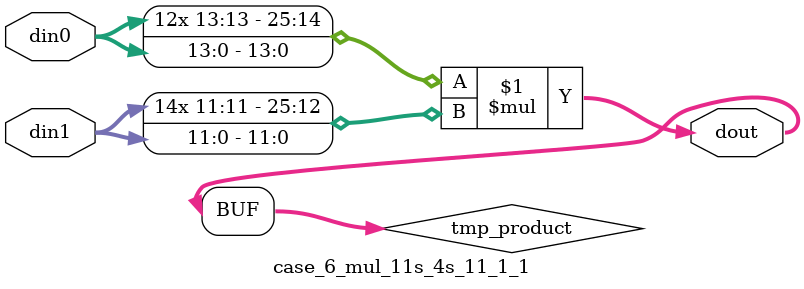
<source format=v>

`timescale 1 ns / 1 ps

 module case_6_mul_11s_4s_11_1_1(din0, din1, dout);
parameter ID = 1;
parameter NUM_STAGE = 0;
parameter din0_WIDTH = 14;
parameter din1_WIDTH = 12;
parameter dout_WIDTH = 26;

input [din0_WIDTH - 1 : 0] din0; 
input [din1_WIDTH - 1 : 0] din1; 
output [dout_WIDTH - 1 : 0] dout;

wire signed [dout_WIDTH - 1 : 0] tmp_product;



























assign tmp_product = $signed(din0) * $signed(din1);








assign dout = tmp_product;





















endmodule

</source>
